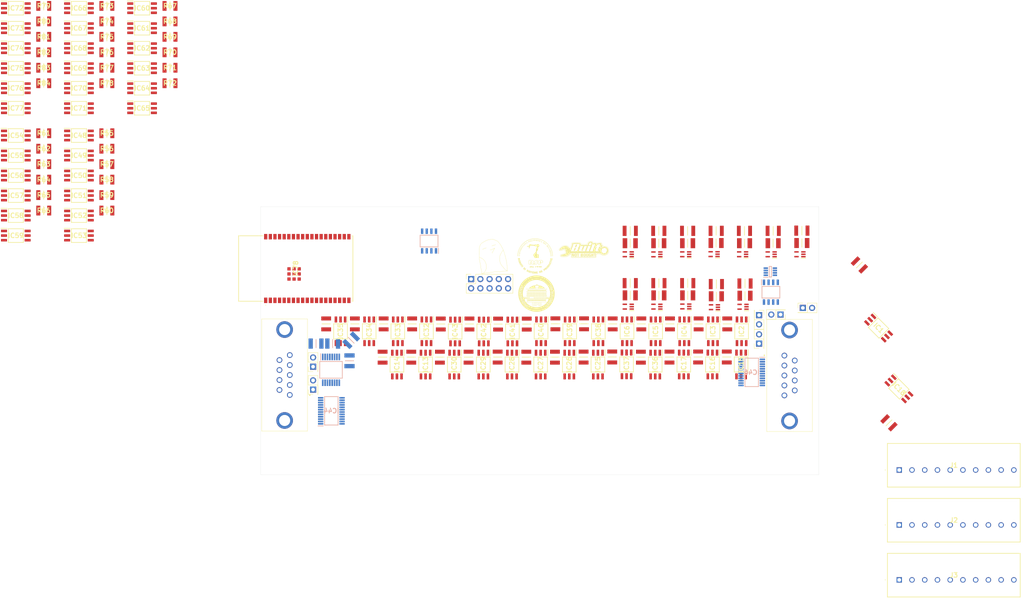
<source format=kicad_pcb>
(kicad_pcb (version 20221018) (generator pcbnew)
  (layers (0 "F.Cu" signal "Front") (1 "In1.Cu" signal) (2 "In2.Cu" signal) (31 "B.Cu" signal "Back") (34 "B.Paste" user) (35 "F.Paste" user) (36 "B.SilkS" user "B.Silkscreen") (37 "F.SilkS" user "F.Silkscreen") (38 "B.Mask" user) (39 "F.Mask" user) (44 "Edge.Cuts" user))
  (net 0 "")
  (net 1 "Net-(IC31-C1-)")
  (net 2 "Net-(IC31-C1+)")
  (net 3 "Net-(IC31-C2-)")
  (net 4 "Net-(IC31-C2+)")
  (net 5 "GND")
  (net 6 "Net-(IC31-V+)")
  (net 7 "Net-(IC31-V-)")
  (net 8 "/O Block 1/O_ACT_6")
  (net 10 "Net-(IC1-CATHODE)")
  (net 11 "+24V")
  (net 13 "GPIO_6")
  (net 14 "/O Block 1/O_ACT_5")
  (net 16 "Net-(IC2-CATHODE)")
  (net 18 "GPIO_5")
  (net 19 "/O Block 1/O_ACT_4")
  (net 21 "Net-(IC3-CATHODE)")
  (net 23 "GPIO_4")
  (net 24 "/O Block 1/O_ACT_3")
  (net 26 "Net-(IC4-CATHODE)")
  (net 28 "GPIO_3")
  (net 29 "/O Block 1/O_ACT_2")
  (net 31 "Net-(IC5-CATHODE)")
  (net 33 "GPIO_2")
  (net 34 "/O Block 1/O_ACT_1")
  (net 36 "Net-(IC6-CATHODE)")
  (net 38 "GPIO_1")
  (net 39 "Net-(IC7-IN-)")
  (net 40 "Net-(IC8-IN-)")
  (net 41 "Net-(IC9-IN-)")
  (net 42 "Net-(IC10-IN-)")
  (net 43 "Net-(IC11-IN-)")
  (net 44 "Net-(IC12-IN-)")
  (net 45 "/O Block 2/O_ACT_6")
  (net 47 "Net-(IC13-CATHODE)")
  (net 49 "GPIO_12")
  (net 50 "/O Block 2/O_ACT_5")
  (net 52 "Net-(IC14-CATHODE)")
  (net 54 "GPIO_11")
  (net 55 "/O Block 2/O_ACT_4")
  (net 57 "Net-(IC15-CATHODE)")
  (net 59 "GPIO_10")
  (net 60 "/O Block 2/O_ACT_3")
  (net 62 "Net-(IC16-CATHODE)")
  (net 64 "GPIO_9")
  (net 65 "/O Block 2/O_ACT_2")
  (net 67 "Net-(IC17-CATHODE)")
  (net 69 "GPIO_8")
  (net 70 "/O Block 2/O_ACT_1")
  (net 72 "Net-(IC18-CATHODE)")
  (net 74 "GPIO_7")
  (net 75 "Net-(IC19-IN-)")
  (net 76 "Net-(IC20-IN-)")
  (net 77 "Net-(IC21-IN-)")
  (net 78 "Net-(IC22-IN-)")
  (net 79 "Net-(IC23-IN-)")
  (net 80 "Net-(IC24-IN-)")
  (net 81 "/O Block 3/O_ACT_6")
  (net 83 "Net-(IC25-CATHODE)")
  (net 85 "OUT_18")
  (net 86 "/O Block 3/O_ACT_5")
  (net 88 "Net-(IC26-CATHODE)")
  (net 90 "OUT_17")
  (net 91 "/O Block 3/O_ACT_4")
  (net 93 "Net-(IC27-CATHODE)")
  (net 95 "OUT_16")
  (net 96 "/O Block 3/O_ACT_3")
  (net 98 "Net-(IC28-CATHODE)")
  (net 100 "OUT_15")
  (net 101 "/O Block 3/O_ACT_2")
  (net 103 "Net-(IC29-CATHODE)")
  (net 105 "OUT_14")
  (net 106 "/O Block 3/O_ACT_1")
  (net 108 "Net-(IC30-CATHODE)")
  (net 110 "OUT_13")
  (net 111 "Net-(IC31-RIN)")
  (net 112 "RX0")
  (net 113 "RS232_STATUS")
  (net 114 "TX0")
  (net 115 "FORCEOFF")
  (net 116 "Net-(IC31-DOUT)")
  (net 117 "+3.3V")
  (net 118 "FORCEON")
  (net 119 "/O Block 4/O_ACT_6")
  (net 121 "Net-(IC32-CATHODE)")
  (net 123 "OUT_24")
  (net 124 "/O Block 4/O_ACT_5")
  (net 126 "Net-(IC33-CATHODE)")
  (net 128 "OUT_23")
  (net 129 "/O Block 4/O_ACT_4")
  (net 131 "Net-(IC34-CATHODE)")
  (net 133 "OUT_22")
  (net 134 "/O Block 4/O_ACT_3")
  (net 136 "Net-(IC35-CATHODE)")
  (net 138 "OUT_21")
  (net 139 "/O Block 4/O_ACT_2")
  (net 141 "Net-(IC36-CATHODE)")
  (net 143 "OUT_20")
  (net 144 "/O Block 4/O_ACT_1")
  (net 146 "Net-(IC37-CATHODE)")
  (net 148 "OUT_19")
  (net 149 "/O Block 5/O_ACT_6")
  (net 151 "Net-(IC38-CATHODE)")
  (net 153 "OUT_30")
  (net 154 "/O Block 5/O_ACT_5")
  (net 156 "Net-(IC39-CATHODE)")
  (net 158 "OUT_29")
  (net 159 "/O Block 5/O_ACT_4")
  (net 161 "Net-(IC40-CATHODE)")
  (net 163 "OUT_28")
  (net 164 "/O Block 5/O_ACT_3")
  (net 166 "Net-(IC41-CATHODE)")
  (net 168 "OUT_27")
  (net 169 "/O Block 5/O_ACT_2")
  (net 171 "Net-(IC42-CATHODE)")
  (net 173 "OUT_26")
  (net 174 "/O Block 5/O_ACT_1")
  (net 176 "Net-(IC43-CATHODE)")
  (net 178 "OUT_25")
  (net 179 "ADR_1")
  (net 180 "SCL")
  (net 181 "SDA")
  (net 182 "CAN_RX")
  (net 183 "CAN_TX")
  (net 184 "CAN_FAULT")
  (net 185 "/Remote IO Block 2/IO_BLOCK_1_6")
  (net 186 "/Remote IO Block 2/IO_BLOCK_1_7")
  (net 187 "ADR_2")
  (net 188 "RX1")
  (net 189 "TX1")
  (net 190 "Net-(IC47-A)")
  (net 191 "Net-(IC47-B)")
  (net 193 "Net-(J9-Pin_2)")
  (net 194 "Net-(J10-Pin_2)")
  (net 207 "Net-(J14-Pin_2)")
  (net 210 "Net-(J16-Pin_1)")
  (net 211 "Net-(J17-Pin_1)")
  (net 212 "Net-(J15-Pin_2)")
  (net 214 "+5V")
  (net 215 "MCU_IN_11")
  (net 216 "MCU_IN_12")
  (net 217 "MCU_IN_7")
  (net 218 "MCU_IN_8")
  (net 219 "MCU_IN_9")
  (net 220 "MCU_IN_10")
  (net 221 "MCU_IN_5")
  (net 222 "MCU_IN_6")
  (net 223 "MCU_IN_1")
  (net 224 "MCU_IN_2")
  (net 225 "MCU_IN_3")
  (net 226 "MCU_IN_4")
  (net 240 "Net-(IC48-CATHODE)")
  (net 243 "Net-(IC49-CATHODE)")
  (net 246 "Net-(IC50-CATHODE)")
  (net 249 "Net-(IC51-CATHODE)")
  (net 252 "Net-(IC52-CATHODE)")
  (net 255 "Net-(IC53-CATHODE)")
  (net 258 "Net-(IC54-CATHODE)")
  (net 261 "Net-(IC55-CATHODE)")
  (net 264 "Net-(IC56-CATHODE)")
  (net 267 "Net-(IC57-CATHODE)")
  (net 270 "Net-(IC58-CATHODE)")
  (net 273 "Net-(IC59-CATHODE)")
  (net 276 "Net-(IC60-CATHODE)")
  (net 279 "Net-(IC61-CATHODE)")
  (net 282 "Net-(IC62-CATHODE)")
  (net 285 "Net-(IC63-CATHODE)")
  (net 288 "Net-(IC64-CATHODE)")
  (net 291 "Net-(IC65-CATHODE)")
  (net 294 "Net-(IC66-CATHODE)")
  (net 297 "Net-(IC67-CATHODE)")
  (net 300 "Net-(IC68-CATHODE)")
  (net 303 "Net-(IC69-CATHODE)")
  (net 306 "Net-(IC70-CATHODE)")
  (net 309 "Net-(IC71-CATHODE)")
  (net 312 "Net-(IC72-CATHODE)")
  (net 315 "Net-(IC73-CATHODE)")
  (net 318 "Net-(IC74-CATHODE)")
  (net 321 "Net-(IC75-CATHODE)")
  (net 324 "Net-(IC76-CATHODE)")
  (net 327 "Net-(IC77-CATHODE)")
  (footprint "TLP172AM_TPR_E:SOIC127P700X230-6N" (layer "F.Cu") (at 132.969 91.111 -90)
    (fp_text reference "IC42")
    (fp_text value "TLP172AM_TPR,E" hide)
  )
  (footprint "TLP172AM_TPR_E:SOIC127P700X230-6N" (layer "F.Cu") (at 21.7 13.25)
    (fp_text reference "IC68")
    (fp_text value "TLP172AM_TPR,E" hide)
  )
  (footprint "Connector_PinHeader_2.54mm:PinHeader_2x01_P2.54mm_Vertical" (layer "F.Cu") (at 208.6356 94.4422 90)
    (fp_text reference "J17" hide)
    (fp_text value "Conn_02x01" hide)
  )
  (footprint "TLP172AM_TPR_E:SOIC127P700X230-6N" (layer "F.Cu") (at 4.35 37.25)
    (fp_text reference "IC54")
    (fp_text value "TLP172AM_TPR,E" hide)
  )
  (footprint "CRCW1210267RFKEA:RESC3225X60N" (layer "F.Cu") (at 113.284 89.027 -90)
    (fp_text reference "R43" hide)
    (fp_text value "CRCW1210267RFKEA" hide)
  )
  (footprint "TLP172AM_TPR_E:SOIC127P700X230-6N" (layer "F.Cu") (at 21.7 2.25)
    (fp_text reference "IC66")
    (fp_text value "TLP172AM_TPR,E" hide)
  )
  (footprint "CRCW1210267RFKEA:RESC3225X60N" (layer "F.Cu") (at 236.20894 72.83054 -45)
    (fp_text reference "R1" hide)
    (fp_text value "CRCW1210267RFKEA" hide)
  )
  (footprint "RK73B2ETTD152J:RESC3226X70N" (layer "F.Cu") (at 204.6224 63.4492 180)
    (fp_text reference "R9" hide)
    (fp_text value "RK73B2ETTD152J" hide)
  )
  (footprint "TLV9351IDCKR:SOT65P210X110-5N" (layer "F.Cu") (at 172.6844 84.2876 180)
    (fp_text reference "IC8" hide)
    (fp_text value "TLV9351IDCKR" hide)
  )
  (footprint "CRCW1210267RFKEA:RESC3225X60N" (layer "F.Cu") (at 244.33694 116.21374 -45)
    (fp_text reference "R24" hide)
    (fp_text value "CRCW1210267RFKEA" hide)
  )
  (footprint "TLP172AM_TPR_E:SOIC127P700X230-6N" (layer "F.Cu") (at 39.05 13.25)
    (fp_text reference "IC62")
    (fp_text value "TLP172AM_TPR,E" hide)
  )
  (footprint "TLV9351IDCKR:SOT65P210X110-5N" (layer "F.Cu") (at 211.9652 69.8992 180)
    (fp_text reference "IC21" hide)
    (fp_text value "TLV9351IDCKR" hide)
  )
  (footprint "CRCW1210267RFKEA:RESC3225X60N" (layer "F.Cu") (at 199.762 98.1268 -90)
    (fp_text reference "R21" hide)
    (fp_text value "CRCW1210267RFKEA" hide)
  )
  (footprint "TLP172AM_TPR_E:SOIC127P700X230-6N" (layer "F.Cu") (at 4.35 53.75)
    (fp_text reference "IC57")
    (fp_text value "TLP172AM_TPR,E" hide)
  )
  (footprint "CRCW1210267RFKEA:RESC3225X60N" (layer "F.Cu") (at 136.906 89.079 -90)
    (fp_text reference "R52" hide)
    (fp_text value "CRCW1210267RFKEA" hide)
  )
  (footprint "CRCW1210267RFKEA:RESC3225X60N" (layer "F.Cu") (at 144.78 89.079 -90)
    (fp_text reference "R51" hide)
    (fp_text value "CRCW1210267RFKEA" hide)
  )
  (footprint "TLP172AM_TPR_E:SOIC127P700X230-6N" (layer "F.Cu") (at 21.7 59.25)
    (fp_text reference "IC52")
    (fp_text value "TLP172AM_TPR,E" hide)
  )
  (footprint "CRCW1210267RFKEA:RESC3225X60N" (layer "F.Cu") (at 128.7862 98.1736 -90)
    (fp_text reference "R41" hide)
    (fp_text value "CRCW1210267RFKEA" hide)
  )
  (footprint "TLP172AM_TPR_E:SOIC127P700X230-6N" (layer "F.Cu") (at 39.05 18.75)
    (fp_text reference "IC63")
    (fp_text value "TLP172AM_TPR,E" hide)
  )
  (footprint "Connector_PinHeader_2.54mm:PinHeader_2x01_P2.54mm_Vertical" (layer "F.Cu") (at 214.5334 86.4616 180)
    (fp_text reference "J14" hide)
    (fp_text value "Conn_02x01" hide)
  )
  (footprint "CRCW1210267RFKEA:RESC3225X60N" (layer "F.Cu") (at 12.025 49.375)
    (fp_text reference "R64")
    (fp_text value "CRCW1210267RFKEA" hide)
  )
  (footprint "RK73B2ETTD152J:RESC3226X70N" (layer "F.Cu") (at 189.002 63.4492 180)
    (fp_text reference "R25" hide)
    (fp_text value "RK73B2ETTD152J" hide)
  )
  (footprint "RMCF1210FT10K0:RESC3225X70N" (layer "F.Cu") (at 181.0772 66.8528)
    (fp_text reference "R36" hide)
    (fp_text value "RMCF1210FT10K0" hide)
  )
  (footprint "CRCW1210267RFKEA:RESC3225X60N" (layer "F.Cu") (at 199.898 89.027 -90)
    (fp_text reference "R2" hide)
    (fp_text value "CRCW1210267RFKEA" hide)
  )
  (footprint "TLP172AM_TPR_E:SOIC127P700X230-6N" (layer "F.Cu") (at 21.7 29.75)
    (fp_text reference "IC71")
    (fp_text value "TLP172AM_TPR,E" hide)
  )
  (footprint "CRCW1210267RFKEA:RESC3225X60N" (layer "F.Cu") (at 89.652 89.027 -90)
    (fp_text reference "R46" hide)
    (fp_text value "CRCW1210267RFKEA" hide)
  )
  (footprint "TLP172AM_TPR_E:SOIC127P700X230-6N" (layer "F.Cu") (at 4.35 59.25)
    (fp_text reference "IC58")
    (fp_text value "TLP172AM_TPR,E" hide)
  )
  (footprint "CRCW1210267RFKEA:RESC3225X60N" (layer "F.Cu") (at 184.014 98.1508 -90)
    (fp_text reference "R23" hide)
    (fp_text value "CRCW1210267RFKEA" hide)
  )
  (footprint "RMCF1210FT10K0:RESC3225X70N" (layer "F.Cu") (at 196.9008 81.4324)
    (fp_text reference "R17" hide)
    (fp_text value "RMCF1210FT10K0" hide)
  )
  (footprint "TLP172AM_TPR_E:SOIC127P700X230-6N" (layer "F.Cu") (at 247.078277 106.882729 -45)
    (fp_text reference "IC18")
    (fp_text value "TLP172AM_TPR,E" hide)
  )
  (footprint "CRCW1210267RFKEA:RESC3225X60N" (layer "F.Cu") (at 12.025 22.875)
    (fp_text reference "R84")
    (fp_text value "CRCW1210267RFKEA" hide)
  )
  (footprint "TLP172AM_TPR_E:SOIC127P700X230-6N" (layer "F.Cu") (at 21.7 53.75)
    (fp_text reference "IC51")
    (fp_text value "TLP172AM_TPR,E" hide)
  )
  (footprint "TLP172AM_TPR_E:SOIC127P700X230-6N" (layer "F.Cu") (at 39.05 2.25)
    (fp_text reference "IC60")
    (fp_text value "TLP172AM_TPR,E" hide)
  )
  (footprint "Connector_PinSocket_2.54mm:PinSocket_2x05_P2.54mm_Vertical" (layer "F.Cu") (at 129.4892 76.708 90)
    (fp_text reference "J11" hide)
    (fp_text value "Conn_02x05_Odd_Even" hide)
  )
  (footprint "TLP172AM_TPR_E:SOIC127P700X230-6N" (layer "F.Cu") (at 39.05 24.25)
    (fp_text reference "IC64")
    (fp_text value "TLP172AM_TPR,E" hide)
  )
  (footprint "TLP172AM_TPR_E:SOIC127P700X230-6N" (layer "F.Cu") (at 164.465 91.059 -90)
    (fp_text reference "IC38")
    (fp_text value "TLP172AM_TPR,E" hide)
  )
  (footprint "CRCW1210267RFKEA:RESC3225X60N" (layer "F.Cu") (at 46.725 5.875)
    (fp_text reference "R68")
    (fp_text value "CRCW1210267RFKEA" hide)
  )
  (footprint "CRCW1210267RFKEA:RESC3225X60N" (layer "F.Cu") (at 12.025 5.875)
    (fp_text reference "R80")
    (fp_text value "CRCW1210267RFKEA" hide)
  )
  (footprint "CRCW1210267RFKEA:RESC3225X60N" (layer "F.Cu") (at 136.7872 98.1496 -90)
    (fp_text reference "R40" hide)
    (fp_text value "CRCW1210267RFKEA" hide)
  )
  (footprint "CRCW1210267RFKEA:RESC3225X60N" (layer "F.Cu") (at 29.375 40.875)
    (fp_text reference "R56")
    (fp_text value "CRCW1210267RFKEA" hide)
  )
  (footprint "CRCW1210267RFKEA:RESC3225X60N" (layer "F.Cu") (at 12.025 57.875)
    (fp_text reference "R66")
    (fp_text value "CRCW1210267RFKEA" hide)
  )
  (footprint "TLP172AM_TPR_E:SOIC127P700X230-6N" (layer "F.Cu") (at 172.2202 100.1536 -90)
    (fp_text reference "IC37")
    (fp_text value "TLP172AM_TPR,E" hide)
  )
  (footprint "TLV9351IDCKR:SOT65P210X110-5N" (layer "F.Cu") (at 219.8748 69.8888 180)
    (fp_text reference "IC22" hide)
    (fp_text value "TLV9351IDCKR" hide)
  )
  (footprint "TLP172AM_TPR_E:SOIC127P700X230-6N" (layer "F.Cu") (at 195.961 91.059 -90)
    (fp_text reference "IC3")
    (fp_text value "TLP172AM_TPR,E" hide)
  )
  (footprint "TLP172AM_TPR_E:SOIC127P700X230-6N" (layer "F.Cu") (at 180.0942 100.2056 -90)
    (fp_text reference "IC36")
    (fp_text value "TLP172AM_TPR,E" hide)
  )
  (footprint "TLP172AM_TPR_E:SOIC127P700X230-6N" (layer "F.Cu") (at 180.213 91.059 -90)
    (fp_text reference "IC5")
    (fp_text value "TLP172AM_TPR,E" hide)
  )
  (footprint "TLP172AM_TPR_E:SOIC127P700X230-6N" (layer "F.Cu") (at 21.7 24.25)
    (fp_text reference "IC70")
    (fp_text value "TLP172AM_TPR,E" hide)
  )
  (footprint "CRCW1210267RFKEA:RESC3225X60N" (layer "F.Cu") (at 46.725 10.125)
    (fp_text reference "R69")
    (fp_text value "CRCW1210267RFKEA" hide)
  )
  (footprint "TLP172AM_TPR_E:SOIC127P700X230-6N" (layer "F.Cu") (at 4.35 13.25)
    (fp_text reference "IC74")
    (fp_text value "TLP172AM_TPR,E" hide)
  )
  (footprint "750678-1:7506781" (layer "F.Cu") (at 79.6544 108.5564 -90)
    (fp_text reference "J8" hide)
    (fp_text value "750678-1" hide)
  )
  (footprint "CRCW1210267RFKEA:RESC3225X60N" (layer "F.Cu") (at 29.375 53.625)
    (fp_text reference "R59")
    (fp_text value "CRCW1210267RFKEA" hide)
  )
  (footprint "RK73B2ETTD152J:RESC3226X70N" (layer "F.Cu") (at 189.0268 77.8256 180)
    (fp_text reference "R12" hide)
    (fp_text value "RK73B2ETTD152J" hide)
  )
  (footprint "CRCW1210267RFKEA:RESC3225X60N" (layer "F.Cu") (at 152.654 89.003 -90)
    (fp_text reference "R50" hide)
    (fp_text value "CRCW1210267RFKEA" hide)
  )
  (footprint "TLP172AM_TPR_E:SOIC127P700X230-6N" (layer "F.Cu") (at 21.7 37.25)
    (fp_text reference "IC48")
    (fp_text value "TLP172AM_TPR,E" hide)
  )
  (footprint "LOGO" (layer "F.Cu") (at 147.0996 70.386)
    (fp_text reference "G***" hide)
    (fp_text value "LOGO" hide)
  )
  (footprint "CRCW1210267RFKEA:RESC3225X60N" (layer "F.Cu") (at 184.15 89.027 -90)
    (fp_text reference "R4" hide)
    (fp_text value "CRCW1210267RFKEA" hide)
  )
  (footprint "RK73B2ETTD152J:RESC3226X70N" (layer "F.Cu") (at 196.9008 78.0796 180)
    (fp_text reference "R11" hide)
    (fp_text value "RK73B2ETTD152J" hide)
  )
  (footprint "TLP172AM_TPR_E:SOIC127P700X230-6N" (layer "F.Cu") (at 203.699 100.1828 -90)
    (fp_text reference "IC15")
    (fp_text value "TLP172AM_TPR,E" hide)
  )
  (footprint "TLP172AM_TPR_E:SOIC127P700X230-6N" (layer "F.Cu") (at 101.473 91.059 -90)
    (fp_text reference "IC34")
    (fp_text value "TLP172AM_TPR,E" hide)
  )
  (footprint "CRCW1210267RFKEA:RESC3225X60N" (layer "F.Cu") (at 121.158 89.055 -90)
    (fp_text reference "R54" hide)
    (fp_text value "CRCW1210267RFKEA" hide)
  )
  (footprint "RK73B2ETTD152J:RESC3226X70N" (layer "F.Cu") (at 173.228 77.8256 180)
    (fp_text reference "R8" hide)
    (fp_text value "RK73B2ETTD152J" hide)
  )
  (footprint "TLP172AM_TPR_E:SOIC127P700X230-6N" (layer "F.Cu") (at 39.05 7.75)
    (fp_text reference "IC61")
    (fp_text value "TLP172AM_TPR,E" hide)
  )
  (footprint "RMCF1210FT10K0:RESC3225X70N" (layer "F.Cu") (at 189.0268 81.1784)
    (fp_text reference "R18" hide)
    (fp_text value "RMCF1210FT10K0" hide)
  )
  (footprint "TLP172AM_TPR_E:SOIC127P700X230-6N" (layer "F.Cu") (at 4.35 42.75)
    (fp_text reference "IC55")
    (fp_text value "TLP172AM_TPR,E" hide)
  )
  (footprint "RMCF1210FT10K0:RESC3225X70N" (layer "F.Cu") (at 173.228 81.1784)
    (fp_text reference "R14" hide)
    (fp_text value "RMCF1210FT10K0" hide)
  )
  (footprint "TLP172AM_TPR_E:SOIC127P700X230-6N" (layer "F.Cu") (at 140.843 91.111 -90)
    (fp_text reference "IC41")
    (fp_text value "TLP172AM_TPR,E" hide)
  )
  (footprint "ESP32-WROVER-E-N16R8:ESP32WROVEREN16R8" (layer "F.Cu") (at 81.2932 73.802 90)
    (fp_text reference "IC78")
    (fp_text value "ESP32-WROVER-E-N16R8" hide)
  )
  (footprint "CRCW1210267RFKEA:RESC3225X60N" (layer "F.Cu") (at 29.375 14.375)
    (fp_text reference "R76")
    (fp_text value "CRCW1210267RFKEA" hide)
  )
  (footprint "TLV9351IDCKR:SOT65P210X110-5N" (layer "F.Cu") (at 180.5584 84.2876 180)
    (fp_text reference "IC7" hide)
    (fp_text value "TLV9351IDCKR" hide)
  )
  (footprint "CRCW1210267RFKEA:RESC3225X60N" (layer "F.Cu") (at 46.725 14.375)
    (fp_text reference "R70")
    (fp_text value "CRCW1210267RFKEA" hide)
  )
  (footprint "Connector_PinHeader_2.54mm:PinHeader_2x01_P2.54mm_Vertical" (layer "F.Cu") (at 220.6702 84.6328)
    (fp_text reference "J16" hide)
    (fp_text value "Conn_02x01" hide)
  )
  (footprint "TLP172AM_TPR_E:SOIC127P700X230-6N" (layer "F.Cu") (at 109.1012 100.2056 -90)
    (fp_text reference "IC14")
    (fp_text value "TLP172AM_TPR,E" hide)
  )
  (footprint "CRCW1210267RFKEA:RESC3225X60N" (layer "F.Cu") (at 160.4092 98.1496 -90)
    (fp_text reference "R37" hide)
    (fp_text value "CRCW1210267RFKEA" hide)
  )
  (footprint "CRCW1210267RFKEA:RESC3225X60N" (layer "F.Cu") (at 105.1642 98.1736 -90)
    (fp_text reference "R20" hide)
    (fp_text value "CRCW1210267RFKEA" hide)
  )
  (footprint "1985043:1985043" (layer "F.Cu") (at 247.1716 144.2876)
    (fp_text reference "J2")
    (fp_text value "1985043" hide)
  )
  (footprint "1985043:1985043" (layer "F.Cu") (at 247.1716 129.1876)
    (fp_text reference "J1")
    (fp_text value "1985043" hide)
  )
  (footprint "CRCW1210267RFKEA:RESC3225X60N" (layer "F.Cu") (at 97.536 89.027 -90)
    (fp_text reference "R45" hide)
    (fp_text value "CRCW1210267RFKEA" hide)
  )
  (footprint "RMCF1210FT10K0:RESC3225X70N" (layer "F.Cu") (at 196.8268 66.802)
    (fp_text reference "R32" hide)
    (fp_text value "RMCF1210FT10K0" hide)
  )
  (footprint "Connector_PinHeader_2.54mm:PinHeader_2x01_P2.54mm_Vertical" (layer "F.Cu") (at 208.6356 86.614 -90)
    (fp_text reference "J15" hide)
    (fp_text value "Conn_02x01" hide)
  )
  (footprint "TLP172AM_TPR_E:SOIC127P700X230-6N" (layer "F.Cu") (at 124.8492 100.2056 -90)
    (fp_text reference "IC30")
    (fp_text value "TLP172AM_TPR,E" hide)
  )
  (footprint "TLP172AM_TPR_E:SOIC127P700X230-6N" (layer "F.Cu") (at 156.4722 100.2056 -90)
    (fp_text reference "IC26")
    (fp_text value "TLP172AM_TPR,E" hide)
  )
  (footprint "CRCW1210267RFKEA:RESC3225X60N" (layer "F.Cu") (at 29.375 1.625)
    (fp_text reference "R73")
    (fp_text value "CRCW1210267RFKEA" hide)
  )
  (footprint "TLP172AM_TPR_E:SOIC127P700X230-6N" (layer "F.Cu") (at 93.599 91.059 -90)
    (fp_text reference "IC35")
    (fp_text value "TLP172AM_TPR,E" hide)
  )
  (footprint "RMCF1210FT10K0:RESC3225X70N" (layer "F.Cu") (at 189.002 66.8528)
    (fp_text reference "R31" hide)
    (fp_text value "RMCF1210FT10K0" hide)
  )
  (footprint "TLP172AM_TPR_E:SOIC127P700X230-6N" (layer "F.Cu") (at 241.490277 90.169529 -45)
    (fp_text reference "IC1")
    (fp_text value "TLP172AM_TPR,E" hide)
  )
  (footprint "LOGO" (layer "F.Cu") (at 135.4664 70.4876)
    (fp_text reference "G***" hide)
    (fp_text value "LOGO" hide)
  )
  (footprint "CRCW1210267RFKEA:RESC3225X60N" (layer "F.Cu") (at 12.025 36.625)
    (fp_text reference "R61")
    (fp_text value "CRCW1210267RFKEA" hide)
  )
  (footprint "RMCF1210FT10K0:RESC3225X70N" (layer "F.Cu") (at 181.102 81.1784)
    (fp_text reference "R13" hide)
    (fp_text value "RMCF1210FT10K0" hide)
  )
  (footprint "TLP172AM_TPR_E:SOIC127P700X230-6N" (layer "F.Cu") (at 4.35 64.75)
    (fp_text reference "IC59")
    (fp_text value "TLP172AM_TPR,E" hide)
  )
  (footprint "CRCW1210267RFKEA:RESC3225X60N" (layer "F.Cu") (at 29.375 10.125)
    (fp_text reference "R75")
    (fp_text value "CRCW1210267RFKEA" hide)
  )
  (footprint "TLP172AM_TPR_E:SOIC127P700X230-6N" (layer "F.Cu") (at 4.35 18.75)
    (fp_text reference "IC75")
    (fp_text value "TLP172AM_TPR,E" hide)
  )
  (footprint "TLV9351IDCKR:SOT65P210X110-5N" (layer "F.Cu") (at 196.3776 84.44 180)
    (fp_text reference "IC11" hide)
    (fp_text value "TLV9351IDCKR" hide)
  )
  (footprint "CRCW1210267RFKEA:RESC3225X60N" (layer "F.Cu") (at 12.025 1.625)
    (fp_text reference "R79")
    (fp_text value "CRCW1210267RFKEA" hide)
  )
  (footprint "CRCW1210267RFKEA:RESC3225X60N" (layer "F.Cu") (at 191.888 98.1268 -90)
    (fp_text reference "R22" hide)
    (fp_text value "CRCW1210267RFKEA" hide)
  )
  (footprint "CRCW1210267RFKEA:RESC3225X60N" (layer "F.Cu") (at 120.9122 98.1736 -90)
    (fp_text reference "R42" hide)
    (fp_text value "CRCW1210267RFKEA" hide)
  )
  (footprint "CRCW1210267RFKEA:RESC3225X60N" (layer "F.Cu") (at 129.032 89.055 -90)
    (fp_text reference "R53" hide)
    (fp_text value "CRCW1210267RFKEA" hide)
  )
  (footprint "RMCF1210FT10K0:RESC3225X70N" (layer "F.Cu") (at 173.228 66.8528)
    (fp_text reference "R35" hide)
    (fp_text value "RMCF1210FT10K0" hide)
  )
  (footprint "TLV9351IDCKR:SOT65P210X110-5N" (layer "F.Cu") (at 196.276 69.85 180)
    (fp_text reference "IC20" hide)
    (fp_text value "TLV9351IDCKR" hide)
  )
  (footprint "TLP172AM_TPR_E:SOIC127P700X230-6N" (layer "F.Cu") (at 203.835 91.059 -90)
    (fp_text reference "IC2")
    (fp_text value "TLP172AM_TPR,E" hide)
  )
  (footprint "TLP172AM_TPR_E:SOIC127P700X230-6N" (layer "F.Cu") (at 21.7 42.75)
    (fp_text reference "IC49")
    (fp_text value "TLP172AM_TPR,E" hide)
  )
  (footprint "1985043:1985043" (layer "F.Cu") (at 247.1716 159.3876)
    (fp_text reference "J3")
    (fp_text value "1985043" hide)
  )
  (footprint "RK73B2ETTD152J:RESC3226X70N" (layer "F.Cu") (at 196.85 63.4492 180)
    (fp_text reference "R26" hide)
    (fp_text value "RK73B2ETTD152J" hide)
  )
  (footprint "TLP172AM_TPR_E:SOIC127P700X230-6N" (layer "F.Cu") (at 116.9752 100.2056 -90)
    (fp_text reference "IC13")
    (fp_text value "TLP172AM_TPR,E" hide)
  )
  (footprint "TLP172AM_TPR_E:SOIC127P700X230-6N" (layer "F.Cu") (at 39.05 29.75)
    (fp_text reference "IC65")
    (fp_text value "TLP172AM_TPR,E" hide)
  )
  (footprint "TLP172AM_TPR_E:SOIC127P700X230-6N" (layer "F.Cu") (at 4.35 24.25)
    (fp_text reference "IC76")
    (fp_text value "TLP172AM_TPR,E" hide)
  )
  (footprint "TLV9351IDCKR:SOT65P210X110-5N" (layer "F.Cu") (at 180.554 69.9112 180)
    (fp_text reference "IC24" hide)
    (fp_text value "TLV9351IDCKR" hide)
  )
  (footprint "TLP172AM_TPR_E:SOIC127P700X230-6N" (layer "F.Cu") (at 148.5982 100.2056 -90)
    (fp_text reference "IC27")
    (fp_text value "TLP172AM_TPR,E" hide)
  )
  (footprint "TLP172AM_TPR_E:SOIC127P700X230-6N" (layer "F.Cu") (at 156.591 91.059 -90)
    (fp_text reference "IC39")
    (fp_text value "TLP172AM_TPR,E" hide)
  )
  (footprint "750678-1:7506781" (layer "F.Cu") (at 215.6 97.725 90)
    (fp_text reference "J13" hide)
    (fp_text value "750678-1" hide)
  )
  (footprint "RK73B2ETTD152J:RESC3226X70N" (layer "F.Cu") (at 173.228 63.4492 180)
    (fp_text reference "R29" hide)
    (fp_text value "RK73B2ETTD152J" hide)
  )
  (footprint "LOGO" (layer "F.Cu") (at 160.5108 68.5064)
    (fp_text reference "G***" hide)
    (fp_text value "LOGO" hide)
  )
  (footprint "TLP172AM_TPR_E:SOIC127P700X230-6N" (layer "F.Cu") (at 148.717 91.059 -90)
    (fp_text reference "IC40")
    (fp_text value "TLP172AM_TPR,E" hide)
  )
  (footprint "RMCF1210FT10K0:RESC3225X70N" (layer "F.Cu") (at 204.65 66.8528)
    (fp_text reference "R15" hide)
    (fp_text value "RMCF1210FT10K0" hide)
  )
  (footprint "CRCW1210267RFKEA:RESC3225X60N" (layer "F.Cu") (at 12.025 40.875)
    (fp_text reference "R62")
    (fp_text value "CRCW1210267RFKEA" hide)
  )
  (footprint "CRCW1210267RFKEA:RESC3225X60N" (layer "F.Cu") (at 29.375 18.625)
    (fp_text reference "R77")
    (fp_text value "CRCW1210267RFKEA" hide)
  )
  (footprint "TLV9351IDCKR:SOT65P210X110-5N" (layer "F.Cu") (at 172.6844 69.8904 180)
    (fp_text reference "IC23" hide)
    (fp_text value "TLV9351IDCKR" hide)
  )
  (footprint "CRCW1210267RFKEA:RESC3225X60N" (layer "F.Cu") (at 176.1572 98.1736 -90)
    (fp_text reference "R47" hide)
    (fp_text value "CRCW1210267RFKEA" hide)
  )
  (footprint "CRCW1210267RFKEA:RESC3225X60N" (layer "F.Cu") (at 46.725 18.625)
    (fp_text reference "R71")
    (fp_text value "CRCW1210267RFKEA" hide)
  )
  (footprint "TLP172AM_TPR_E:SOIC127P700X230-6N" (layer "F.Cu") (at 21.7 48.25)
    (fp_text reference "IC50")
    (fp_text value "TLP172AM_TPR,E" hide)
  )
  (footprint "CRCW1210267RFKEA:RESC3225X60N" (layer "F.Cu") (at 168.402 89.027 -90)
    (fp_text reference "R6" hide)
    (fp_text value "CRCW1210267RFKEA" hide)
  )
  (footprint "RK73B2ETTD152J:RESC3226X70N" (layer "F.Cu") (at 181.0772 63.4492 180)
    (fp_text reference "R30" hide)
    (fp_text value "RK73B2ETTD152J" hide)
  )
  (footprint "Connector_PinHeader_2.54mm:PinHeader_2x01_P2.54mm_Vertical" (layer "F.Cu") (at 86.0552 107.0864 90)
    (fp_text reference "J9" hide)
    (fp_text value "Conn_02x01" hide)
  )
  (footprint "CRCW1210267RFKEA:RESC3225X60N" (layer "F.Cu") (at 176.276 89.027 -90)
    (fp_text reference "R5" hide)
    (fp_text value "CRCW1210267RFKEA" hide)
  )
  (footprint "CRCW1210267RFKEA:RESC3225X60N" (layer "F.Cu") (at 29.375 5.875)
    (fp_text reference "R74")
    (fp_text value "CRCW1210267RFKEA" hide)
  )
  (footprint "CRCW1210267RFKEA:RESC3225X60N" (layer "F.Cu") (at 192.024 89.027 -90)
    (fp_text reference "R3" hide)
    (fp_text value "CRCW1210267RFKEA" hide)
  )
  (footprint "TLV9351IDCKR:SOT65P210X110-5N" (layer "F.Cu") (at 188.4788 69.8904 180)
    (fp_text reference "IC19" hide)
    (fp_text value "TLV9351IDCKR" hide)
  )
  (footprint "CRCW1210267RFKEA:RESC3225X60N" (layer "F.Cu") (at 12.025 14.375)
    (fp_text reference "R82")
    (fp_text value "CRCW1210267RFKEA" hide)
  )
  (footprint "RK73B2ETTD152J:RESC3226X70N" (layer "F.Cu") (at 204.7748 77.9272 180)
    (fp_text reference "R10" hide)
    (fp_text value "RK73B2ETTD152J" hide)
  )
  (footprint "CRCW1210267RFKEA:RESC3225X60N" (layer "F.Cu") (at 12.025 18.625)
    (fp_text reference "R83")
    (fp_text value "CRCW1210267RFKEA" hide)
  )
  (footprint "TLP172AM_TPR_E:SOIC127P700X230-6N" (layer "F.Cu") (at 4.35 7.75)
    (fp_text reference "IC73")
    (fp_text value "TLP172AM_TPR,E" hide)
  )
  (footprint "TLP172AM_TPR_E:SOIC127P700X230-6N" (layer "F.Cu") (at 164.3462 100.2056 -90)
    (fp_text reference "IC25")
    (fp_text value "TLP172AM_TPR,E" hide)
  )
  (footprint "Connector_PinHeader_2.54mm:PinHeader_2x01_P2.54mm_Vertical" (layer "F.Cu") (at 86.0552 100.7922 90)
    (fp_text reference "J10" hide)
    (fp_text value "Conn_02x01" hide)
  )
  (footprint "TLP172AM_TPR_E:SOIC127P700X230-6N" (layer "F.Cu") (at 4.35 48.25)
    (fp_text reference "IC56")
    (fp_text value "TLP172AM_TPR,E" hide)
  )
  (footprint "RMCF1210FT10K0:RESC3225X70N" (layer "F.Cu") (at 220.398 66.8004)
    (fp_text reference "R34" hide)
    (fp_text value "RMCF1210FT10K0" hide)
  )
  (footprint "CRCW1210267RFKEA:RESC3225X60N" (layer "F.Cu") (at 105.449 89.027 -90)
    (fp_text reference "R44" hide)
    (fp_text value "CRCW1210267RFKEA" hide)
  )
  (footprint "TLP172AM_TPR_E:SOIC127P700X230-6N" (layer "F.Cu") (at 109.347 91.059 -90)
    (fp_text reference "IC33")
    (fp_text value "TLP172AM_TPR,E" hide)
  )
  (footprint "TLP172AM_TPR_E:SOIC127P700X230-6N" (layer "F.Cu") (at 21.7 18.75)
    (fp_text reference "IC69")
    (fp_text value "TLP172AM_TPR,E" hide)
  )
  (footprint "TLP172AM_TPR_E:SOIC127P700X230-6N" (layer "F.Cu") (at 140.7242 100.2056 -90)
    (fp_text reference "IC28")
    (fp_text value "TLP172AM_TPR,E" hide)
  )
  (footprint "TLV9351IDCKR:SOT65P210X110-5N" (layer "F.Cu") (at 204.2312 84.3176 180)
    (fp_text reference "IC10" hide)
    (fp_text value "TLV9351IDCKR" hide)
  )
  (footprint "RMCF1210FT10K0:RESC3225X70N" (layer "F.Cu") (at 204.7748 81.28)
    (fp_text reference "R16" hide)
    (fp_text value "RMCF1210FT10K0" hide)
  )
  (footprint "TLP172AM_TPR_E:SOIC127P700X230-6N" (layer "F.Cu") (at 187.951 100.1828 -90)
    (fp_text reference "IC17")
    (fp_text value "TLP172AM_TPR,E" hide)
  )
  (footprint "CRCW1210267RFKEA:RESC3225X60N" (layer "F.Cu") (at 29.375 22.875)
    (fp_text reference "R78")
    (fp_text value "CRCW1210267RFKEA" hide)
  )
  (footprint "CRCW1210267RFKEA:RESC3225X60N" (layer "F.Cu") (at 113.0382 98.1736 -90)
    (fp_text reference "R19" hide)
    (fp_text value "CRCW1210267RFKEA" hide)
  )
  (footprint "CRCW1210267RFKEA:RESC3225X60N" (layer "F.Cu") (at 29.375 45.125)
    (fp_text reference "R57")
    (fp_text value "CRCW1210267RFKEA" hide)
  )
  (footprint "TLP172AM_TPR_E:SOIC127P700X230-6N" (layer "F.Cu") (at 117.221 91.059 -90)
    (fp_text reference "IC32")
    (fp_text value "TLP172AM_TPR,E" hide)
  )
  (footprint "RK73B2ETTD152J:RESC3226X70N" (layer "F.Cu") (at 181.102 77.8256 180)
    (fp_text reference "R7" hide)
    (fp_text value "RK73B2ETTD152J" hide)
  )
  (footprint "CRCW1210267RFKEA:RESC3225X60N" (layer "F.Cu") (at 29.375 49.375)
    (fp_text reference "R58")
    (fp_text value "CRCW1210267RFKEA" hide)
  )
  (footprint "TLP172AM_TPR_E:SOIC127P700X230-6N" (layer "F.Cu") (at 132.8502 100.2056 -90)
    (fp_text reference "IC29")
    (fp_text value "TLP172AM_TPR,E" hide)
  )
  (footprint "TLP172AM_TPR_E:SOIC127P700X230-6N" (layer "F.Cu") (at 4.35 2.25)
    (fp_text reference "IC72")
    (fp_text value "TLP172AM_TPR,E" hide)
  )
  (footprint "TLV9351IDCKR:SOT65P210X110-5N" (layer "F.Cu") (at 188.5036 84.2368 180)
    (fp_text reference "IC12" hide)
    (fp_text value "TLV9351IDCKR" hide)
  )
  (footprint "TLP172AM_TPR_E:SOIC127P700X230-6N" (layer "F.Cu") (at 4.35 29.75)
    (fp_text reference "IC77")
    (fp_text value "TLP172AM_TPR,E" hide)
  )
  (footprint "CRCW1210267RFKEA:RESC3225X60N" (layer "F.Cu") (at 46.725 22.875)
    (fp_text reference "R72")
    (fp_text value "CRCW1210267RFKEA" hide)
  )
  (footprint "TLP172AM_TPR_E:SOIC127P700X230-6N" (layer "F.Cu") (at 172.339 91.059 -90)
    (fp_text reference "IC6")
    (fp_text value "TLP172AM_TPR,E" hide)
  )
  (footprint "RK73B2ETTD152J:RESC3226X70N" (layer "F.Cu") (at 212.524 63.4476 180)
    (fp_text reference "R27" hide)
    (fp_text value "RK73B2ETTD152J" hide)
  )
  (footprint "CRCW1210267RFKEA:RESC3225X60N" (layer "F.Cu") (at 29.375 57.875)
    (fp_text reference "R60")
    (fp_text value "CRCW1210267RFKEA" hide)
  )
  (footprint "TLP172AM_TPR_E:SOIC127P700X230-6N" (layer "F.Cu") (at 195.825 100.1828 -90)
    (fp_text reference "IC16")
    (fp_text value "TLP172AM_TPR,E" hide)
  )
  (footprint "CRCW1210267RFKEA:RESC3225X60N" (layer "F.Cu") (at 144.6612 98.1736 -90)
    (fp_text reference "R39" hide)
    (fp_text value "CRCW1210267RFKEA" hide)
  )
  (footprint "CRCW1210267RFKEA:RESC3225X60N" (layer "F.Cu") (at 12.025 53.625)
    (fp_text reference "R65")
    (fp_text value "CRCW1210267RFKEA" hide)
  )
  (footprint "TLP172AM_TPR_E:SOIC127P700X230-6N" (layer "F.Cu") (at 21.7 7.75)
    (fp_text reference "IC67")
    (fp_text value "TLP172AM_TPR,E" hide)
  )
  (footprint "CRCW1210267RFKEA:RESC3225X60N" (layer "F.Cu") (at 46.725 1.625)
    (fp_text reference "R67")
    (fp_text value "CRCW1210267RFKEA" hide)
  )
  (footprint "CRCW1210267RFKEA:RESC3225X60N" (layer "F.Cu") (at 12.025 45.125)
    (fp_text reference "R63")
    (fp_text value "CRCW1210267RFKEA" hide)
  )
  (footprint "CRCW1210267RFKEA:RESC3225X60N" (layer "F.Cu") (at 160.528 89.003 -90)
    (fp_text reference "R49" hide)
    (fp_text value "CRCW1210267RFKEA" hide)
  )
  (footprint "RMCF1210FT10K0:RESC3225X70N" (layer "F.Cu") (at 212.5008 66.8512)
    (fp_text reference "R33" hide)
    (fp_text value "RMCF1210FT10K0" hide)
  )
  (footprint "CRCW1210267RFKEA:RESC3225X60N" (layer "F.Cu") (at 29.375 36.625)
    (fp_text reference "R55")
    (fp_text value "CRCW1210267RFKEA" hide)
  )
  (footprint "TLP172AM_TPR_E:SOIC127P700X230-6N" (layer "F.Cu") (at 125.095 91.111 -90)
    (fp_text reference "IC43")
    (fp_text value "TLP172AM_TPR,E" hide)
  )
  (footprint "CRCW1210267RFKEA:RESC3225X60N" (layer "F.Cu") (at 152.5352 98.1736 -90)
    (fp_text reference "R38" hide)
    (fp_text value "CRCW1210267RFKEA" hide)
  )
  (footprint "TLP172AM_TPR_E:SOIC127P700X230-6N" (layer "F.Cu") (at 188.087 91.059 -90)
    (fp_text reference "IC4")
    (fp_text value "TLP172AM_TPR,E" hide)
  )
  (footprint "TLP172AM_TPR_E:SOIC127P700X230-6N" (layer "F.Cu") (at 21.7 64.75)
    (fp_text reference "IC53")
    (fp_text value "TLP172AM_TPR,E" hide)
  )
  (footprint "CRCW1210267RFKEA:RESC3225X60N" (layer "F.Cu") (at 168.2832 98.1216 -90)
    (fp_text reference "R48" hide)
    (fp_text value "CRCW1210267RFKEA" hide)
  )
  (footprint "LOGO" (layer "F.Cu") (at 147.4552 80.6984)
    (fp_text reference "G***" hide)
    (fp_text value "LOGO" hide)
  )
  (footprint "CRCW1210267RFKEA:RESC3225X60N" (layer "F.Cu") (at 12.025 10.125)
    (fp_text reference "R81")
    (fp_text value "CRCW1210267RFKEA" hide)
  )
  (footprint "TLV9351IDCKR:SOT65P210X110-5N" (layer "F.Cu") (at 204.1188 69.8904 180)
    (fp_text reference "IC9" hide)
    (fp_text value "TLV9351IDCKR" hide)
  )
  (footprint "RK73B2ETTD152J:RESC3226X70N" (layer "F.Cu") (at 220.398 63.3968 180)
    (fp_text reference "R28" hide)
    (fp_text value "RK73B2ETTD152J" hide)
  )
  (footprint "MAX3221IDBRE4:SOP65P780X200-16N" (layer "B.Cu") (at 90.9828 101.6508 -90)
    (fp_text reference "IC31" hide)
    (fp_text value "MAX3221IDBRE4" hide)
  )
  (footprint "12103C104KAT2A:CAPC3325X94N" (layer "B.Cu") (at 91.44 94.4372 180)
    (fp_text reference "C2" hide)
    (fp_text value "12103C104KAT2A" hide)
  )
  (footprint "12103C104KAT2A:CAPC3325X94N" (layer "B.Cu") (at 96.0628 99.1616 90)
    (fp_text reference "C3" hide)
    (fp_text value "12103C104KAT2A" hide)
  )
  (footprint "TCAN337DCNR:SOT65P280X145-8N" (layer "B.Cu") (at 211.7344 74.676)
    (fp_text reference "IC45" hide)
    (fp_text value "TCAN337DCNR" hide)
  )
  (footprint "SN65HVD75DR:SOIC127P600X175-8N" (layer "B.Cu") (at 211.8868 80.3148 -90)
    (fp_text reference "IC47" hide)
    (fp_text value "SN65HVD75DR" hide)
  )
  (footprint "12103C104KAT2A:CAPC3325X94N" (layer "B.Cu") (at 96.52 93.5228 45)
    (fp_text reference "C4" hide)
    (fp_text value "12103C104KAT2A" hide)
  )
  (footprint "PCA9555PW_118:SOP65P640X110-24N" (layer "B.Cu") (at 206.612 102.358 180)
    (fp_text reference "IC46")
    (fp_text value "PCA9555PW,118" hide)
  )
  (footprint "PCA9555PW_118:SOP65P640X110-24N" (layer "B.Cu") (at 91.076 112.922)
    (fp_text reference "IC44")
    (fp_text value "PCA9555PW,118" hide)
  )
  (footprint "AT24CM02-SSHM-B:SOIC127P600X175-8N" (layer "B.Cu") (at 117.9322 66.2508 90)
    (fp_text reference "U2" hide)
    (fp_text value "AT24CM02-SSHM-B" hide)
  )
  (footprint "12103C104KAT2A:CAPC3325X94N" (layer "B.Cu") (at 86.868 94.4372 180)
    (fp_text reference "C1" hide)
    (fp_text value "12103C104KAT2A" hide)
  )
  (gr_rect (start 71.628 56.7944) (end 225.0948 130.4544) (stroke (width 0.0381)) (fill none) (layer "Edge.Cuts"))
)
</source>
